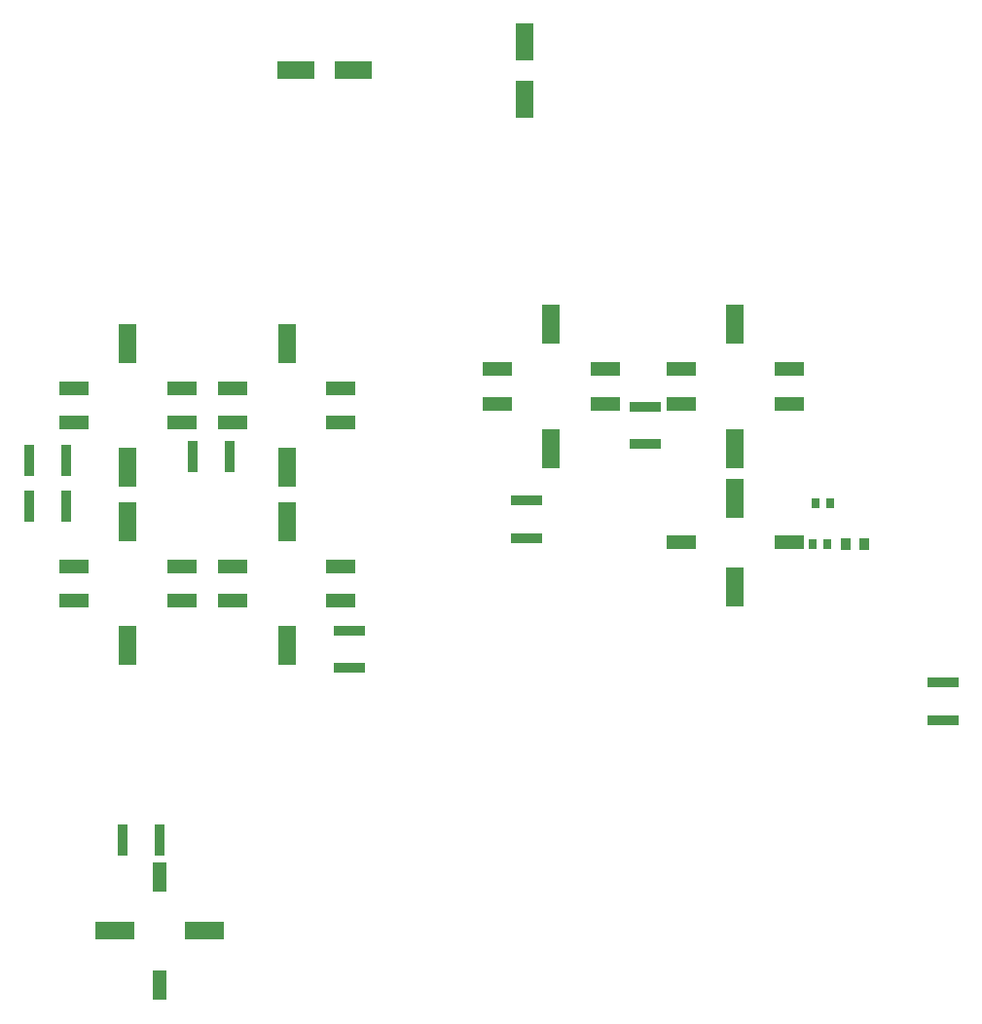
<source format=gtp>
G04*
G04 #@! TF.GenerationSoftware,Altium Limited,Altium Designer,25.5.2 (35)*
G04*
G04 Layer_Color=8421504*
%FSLAX44Y44*%
%MOMM*%
G71*
G04*
G04 #@! TF.SameCoordinates,D0B1350E-99A2-4249-ACC1-F9FC3DEF4AE8*
G04*
G04*
G04 #@! TF.FilePolarity,Positive*
G04*
G01*
G75*
%ADD15R,2.5400X1.2700*%
%ADD16R,1.6500X3.4300*%
%ADD17R,2.7062X0.9542*%
%ADD18R,0.9542X2.7062*%
%ADD19R,3.2000X1.6000*%
%ADD20R,1.6000X3.2000*%
%ADD21R,3.4300X1.6500*%
%ADD22R,1.2700X2.5400*%
%ADD23R,0.9000X1.0500*%
%ADD24R,0.8000X0.9500*%
D15*
X363211Y571259D02*
D03*
X593001Y742709D02*
D03*
X363211Y541259D02*
D03*
X593001Y712709D02*
D03*
X687001Y742709D02*
D03*
X318781Y726199D02*
D03*
X363211D02*
D03*
X224781Y541259D02*
D03*
X457211Y571259D02*
D03*
X847001Y742709D02*
D03*
X753000Y591820D02*
D03*
X457211Y541259D02*
D03*
X753001Y712709D02*
D03*
X687001D02*
D03*
X847000Y591820D02*
D03*
X847001Y712709D02*
D03*
X753001Y742709D02*
D03*
X318781Y541259D02*
D03*
Y571259D02*
D03*
X224781D02*
D03*
X457211Y696199D02*
D03*
X363211D02*
D03*
X457211Y726199D02*
D03*
X224781Y696199D02*
D03*
Y726199D02*
D03*
X318781Y696199D02*
D03*
D16*
X640001Y673859D02*
D03*
Y781559D02*
D03*
X271781Y657349D02*
D03*
Y765049D02*
D03*
X410211Y657349D02*
D03*
Y765049D02*
D03*
X271781Y502409D02*
D03*
Y610109D02*
D03*
X410211Y502409D02*
D03*
Y610109D02*
D03*
X800001Y673859D02*
D03*
Y781559D02*
D03*
X800000Y552970D02*
D03*
Y630670D02*
D03*
D17*
X464820Y482860D02*
D03*
X722250Y677500D02*
D03*
X618490Y628390D02*
D03*
X981000Y470000D02*
D03*
Y437500D02*
D03*
X464820Y515360D02*
D03*
X722250Y710000D02*
D03*
X618490Y595890D02*
D03*
D18*
X327920Y666750D02*
D03*
X185680Y662940D02*
D03*
Y623570D02*
D03*
X266960Y332740D02*
D03*
X299460D02*
D03*
X218180Y623570D02*
D03*
Y662940D02*
D03*
X360420Y666750D02*
D03*
D19*
X468250Y1002750D02*
D03*
X418250D02*
D03*
D20*
X617220Y1027030D02*
D03*
Y977030D02*
D03*
D21*
X260870Y254000D02*
D03*
X338570D02*
D03*
D22*
X299720Y207000D02*
D03*
Y301000D02*
D03*
D23*
X912470Y590280D02*
D03*
X896470D02*
D03*
D24*
X869800Y626110D02*
D03*
X882800D02*
D03*
X880260Y590550D02*
D03*
X867260D02*
D03*
M02*

</source>
